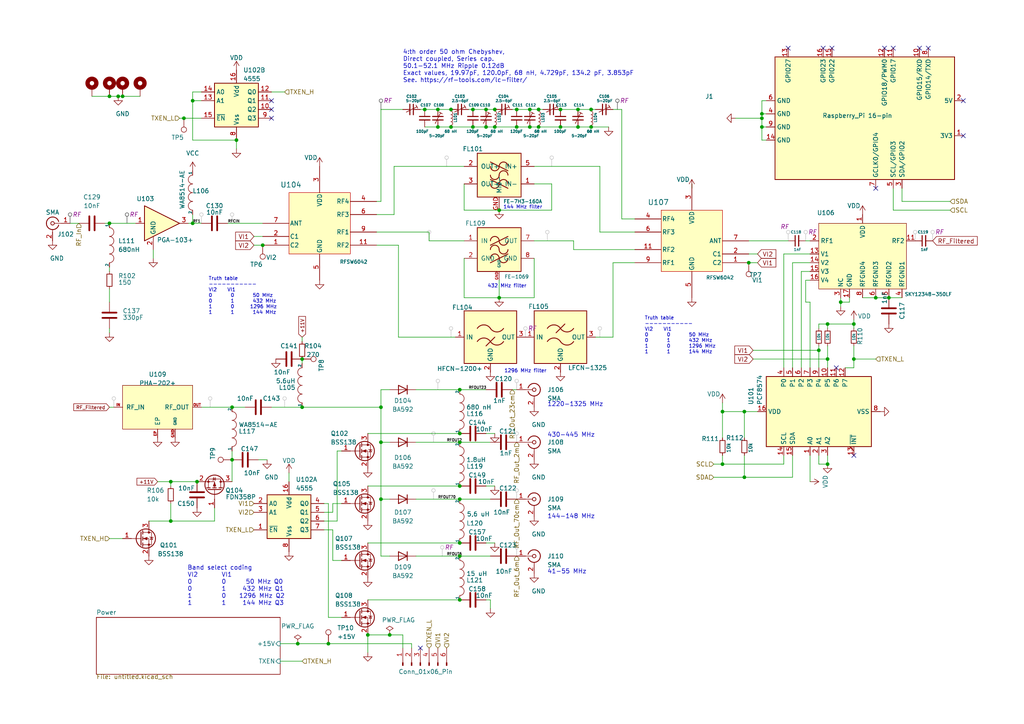
<source format=kicad_sch>
(kicad_sch (version 20231120) (generator "eeschema") (generator_version "8.0")
  (paper "A4")
  (junction (at 110.49 144.78))
  (junction (at 49.53 139.7))
  (junction (at 156.21 31.75))
  (junction (at 240.03 104.14))
  (junction (at 35.56 27.94))
  (junction (at 76.2 71.12))
  (junction (at 137.16 31.75))
  (junction (at 171.45 31.75))
  (junction (at 215.9 138.43))
  (junction (at 257.81 86.36))
  (junction (at 217.17 76.2))
  (junction (at 133.35 113.03))
  (junction (at 123.19 31.75))
  (junction (at 53.34 34.29))
  (junction (at 171.45 36.83))
  (junction (at 49.53 151.13))
  (junction (at 127 36.83))
  (junction (at 110.49 128.27))
  (junction (at 130.81 31.75))
  (junction (at 247.65 104.14))
  (junction (at 237.49 101.6))
  (junction (at 34.29 27.94))
  (junction (at 144.78 60.96))
  (junction (at 149.86 36.83))
  (junction (at 215.9 119.38))
  (junction (at 95.25 186.69))
  (junction (at 143.51 31.75))
  (junction (at 68.58 40.64))
  (junction (at 133.35 157.48))
  (junction (at 153.67 31.75))
  (junction (at 247.65 93.98))
  (junction (at 127 31.75))
  (junction (at 240.03 93.98))
  (junction (at 220.98 34.29))
  (junction (at 167.64 31.75))
  (junction (at 133.35 161.29))
  (junction (at 143.51 36.83))
  (junction (at 167.64 36.83))
  (junction (at 86.36 186.69))
  (junction (at 140.97 31.75))
  (junction (at 144.78 86.36))
  (junction (at 209.55 119.38))
  (junction (at 106.68 184.15))
  (junction (at 140.97 36.83))
  (junction (at 55.88 64.77))
  (junction (at 133.35 173.99))
  (junction (at 243.84 87.63))
  (junction (at 149.86 31.75))
  (junction (at 57.15 139.7))
  (junction (at 133.35 125.73))
  (junction (at 133.35 144.78))
  (junction (at 220.98 33.02))
  (junction (at 87.63 118.11))
  (junction (at 156.21 36.83))
  (junction (at 133.35 140.97))
  (junction (at 254 86.36))
  (junction (at 67.31 118.11) (diameter 0.9144))
  (junction (at 133.35 128.27))
  (junction (at 137.16 36.83))
  (junction (at 31.75 64.77))
  (junction (at 87.63 104.14))
  (junction (at 31.75 27.94))
  (junction (at 209.55 134.62))
  (junction (at 153.67 36.83))
  (junction (at 110.49 118.11))
  (junction (at 162.56 31.75))
  (junction (at 113.03 184.15))
  (junction (at 220.98 36.83))
  (junction (at 55.88 29.21))
  (junction (at 240.03 134.62))
  (junction (at 162.56 36.83))
  (junction (at 130.81 36.83))
  (junction (at 67.31 133.35))
  (no_connect (at 266.7 13.97))
  (no_connect (at 279.4 29.21))
  (no_connect (at 259.08 13.97))
  (no_connect (at 256.54 13.97))
  (no_connect (at 78.74 31.75))
  (no_connect (at 279.4 39.37))
  (no_connect (at 228.6 13.97))
  (no_connect (at 242.57 106.68))
  (no_connect (at 241.3 13.97))
  (no_connect (at 254 54.61))
  (no_connect (at 269.24 13.97))
  (no_connect (at 247.65 132.08))
  (no_connect (at 121.92 187.96))
  (no_connect (at 78.74 29.21))
  (no_connect (at 78.74 34.29))
  (no_connect (at 238.76 13.97))
  (wire (pts (xy 240.03 93.98) (xy 247.65 93.98)))
  (wire (pts (xy 44.45 74.93) (xy 44.45 72.39)))
  (wire (pts (xy 106.68 125.73) (xy 133.35 125.73)))
  (wire (pts (xy 54.61 64.77) (xy 55.88 64.77)))
  (wire (pts (xy 43.18 151.13) (xy 49.53 151.13)))
  (wire (pts (xy 140.97 31.75) (xy 143.51 31.75)))
  (wire (pts (xy 110.49 128.27) (xy 113.03 128.27)))
  (wire (pts (xy 220.98 40.64) (xy 222.25 40.64)))
  (wire (pts (xy 144.78 81.28) (xy 144.78 86.36)))
  (wire (pts (xy 229.87 76.2) (xy 229.87 106.68)))
  (wire (pts (xy 209.55 134.62) (xy 227.33 134.62)))
  (wire (pts (xy 220.98 29.21) (xy 222.25 29.21)))
  (wire (pts (xy 243.84 87.63) (xy 243.84 86.36)))
  (wire (pts (xy 167.64 36.83) (xy 171.45 36.83)))
  (wire (pts (xy 109.22 62.23) (xy 114.3 62.23)))
  (wire (pts (xy 20.32 64.77) (xy 22.86 64.77)))
  (wire (pts (xy 31.75 118.11) (xy 33.02 118.11)))
  (wire (pts (xy 218.44 104.14) (xy 240.03 104.14)))
  (wire (pts (xy 209.55 116.84) (xy 209.55 119.38)))
  (wire (pts (xy 143.51 36.83) (xy 149.86 36.83)))
  (wire (pts (xy 234.95 76.2) (xy 229.87 76.2)))
  (wire (pts (xy 110.49 118.11) (xy 110.49 128.27)))
  (wire (pts (xy 99.06 179.07) (xy 95.25 179.07)))
  (wire (pts (xy 87.63 105.41) (xy 87.63 104.14)))
  (wire (pts (xy 246.38 87.63) (xy 243.84 87.63)))
  (wire (pts (xy 247.65 92.71) (xy 247.65 93.98)))
  (wire (pts (xy 140.97 125.73) (xy 143.51 125.73)))
  (wire (pts (xy 31.75 156.21) (xy 35.56 156.21)))
  (wire (pts (xy 232.41 78.74) (xy 232.41 106.68)))
  (wire (pts (xy 140.97 140.97) (xy 143.51 140.97)))
  (wire (pts (xy 237.49 132.08) (xy 237.49 134.62)))
  (wire (pts (xy 144.78 60.96) (xy 160.02 60.96)))
  (wire (pts (xy 45.72 139.7) (xy 49.53 139.7)))
  (wire (pts (xy 234.95 73.66) (xy 227.33 73.66)))
  (wire (pts (xy 237.49 101.6) (xy 237.49 106.68)))
  (wire (pts (xy 93.98 153.67) (xy 96.52 153.67)))
  (wire (pts (xy 177.8 76.2) (xy 184.15 76.2)))
  (wire (pts (xy 120.65 128.27) (xy 133.35 128.27)))
  (wire (pts (xy 106.68 189.23) (xy 106.68 184.15)))
  (wire (pts (xy 68.58 40.64) (xy 55.88 40.64)))
  (wire (pts (xy 96.52 162.56) (xy 96.52 153.67)))
  (wire (pts (xy 115.57 71.12) (xy 115.57 97.79)))
  (wire (pts (xy 237.49 100.33) (xy 237.49 101.6)))
  (wire (pts (xy 237.49 134.62) (xy 240.03 134.62)))
  (wire (pts (xy 93.98 151.13) (xy 97.79 151.13)))
  (wire (pts (xy 73.66 68.58) (xy 76.2 68.58)))
  (wire (pts (xy 137.16 36.83) (xy 140.97 36.83)))
  (wire (pts (xy 220.98 34.29) (xy 220.98 36.83)))
  (wire (pts (xy 67.31 118.11) (xy 71.12 118.11)))
  (wire (pts (xy 180.34 63.5) (xy 184.15 63.5)))
  (wire (pts (xy 254 104.14) (xy 247.65 104.14)))
  (wire (pts (xy 55.88 29.21) (xy 58.42 29.21)))
  (wire (pts (xy 233.68 69.85) (xy 234.95 69.85)))
  (wire (pts (xy 237.49 93.98) (xy 240.03 93.98)))
  (wire (pts (xy 35.56 27.94) (xy 40.64 27.94)))
  (wire (pts (xy 31.75 78.74) (xy 31.75 77.47)))
  (wire (pts (xy 67.31 133.35) (xy 67.31 130.81)))
  (wire (pts (xy 97.79 151.13) (xy 97.79 130.81)))
  (wire (pts (xy 234.95 87.63) (xy 234.95 106.68)))
  (wire (pts (xy 95.25 186.69) (xy 119.38 186.69)))
  (wire (pts (xy 119.38 186.69) (xy 119.38 187.96)))
  (wire (pts (xy 81.28 186.69) (xy 86.36 186.69)))
  (wire (pts (xy 140.97 36.83) (xy 143.51 36.83)))
  (wire (pts (xy 106.68 173.99) (xy 133.35 173.99)))
  (wire (pts (xy 153.67 31.75) (xy 156.21 31.75)))
  (wire (pts (xy 67.31 133.35) (xy 67.31 139.7)))
  (wire (pts (xy 229.87 132.08) (xy 229.87 138.43)))
  (wire (pts (xy 209.55 119.38) (xy 209.55 127)))
  (wire (pts (xy 133.35 113.03) (xy 140.97 113.03)))
  (wire (pts (xy 55.88 62.23) (xy 55.88 64.77)))
  (wire (pts (xy 171.45 31.75) (xy 172.72 31.75)))
  (wire (pts (xy 127 31.75) (xy 130.81 31.75)))
  (wire (pts (xy 219.71 73.66) (xy 217.17 73.66)))
  (wire (pts (xy 49.53 151.13) (xy 62.23 151.13)))
  (wire (pts (xy 121.92 31.75) (xy 123.19 31.75)))
  (wire (pts (xy 259.08 54.61) (xy 259.08 60.96)))
  (wire (pts (xy 160.02 53.34) (xy 160.02 60.96)))
  (wire (pts (xy 154.94 48.26) (xy 173.99 48.26)))
  (wire (pts (xy 220.98 36.83) (xy 222.25 36.83)))
  (wire (pts (xy 66.04 64.77) (xy 76.2 64.77)))
  (wire (pts (xy 257.81 86.36) (xy 261.62 86.36)))
  (wire (pts (xy 167.64 31.75) (xy 171.45 31.75)))
  (wire (pts (xy 110.49 113.03) (xy 113.03 113.03)))
  (wire (pts (xy 215.9 119.38) (xy 219.71 119.38)))
  (wire (pts (xy 233.68 87.63) (xy 234.95 87.63)))
  (wire (pts (xy 148.59 31.75) (xy 149.86 31.75)))
  (wire (pts (xy 259.08 60.96) (xy 275.59 60.96)))
  (wire (pts (xy 140.97 157.48) (xy 143.51 157.48)))
  (wire (pts (xy 97.79 130.81) (xy 99.06 130.81)))
  (wire (pts (xy 142.24 176.53) (xy 142.24 173.99)))
  (wire (pts (xy 142.24 173.99) (xy 140.97 173.99)))
  (wire (pts (xy 55.88 40.64) (xy 55.88 29.21)))
  (wire (pts (xy 247.65 106.68) (xy 247.65 104.14)))
  (wire (pts (xy 217.17 69.85) (xy 228.6 69.85)))
  (wire (pts (xy 245.11 106.68) (xy 247.65 106.68)))
  (wire (pts (xy 127 36.83) (xy 130.81 36.83)))
  (wire (pts (xy 93.98 148.59) (xy 96.52 148.59)))
  (wire (pts (xy 134.62 86.36) (xy 144.78 86.36)))
  (wire (pts (xy 49.53 146.05) (xy 49.53 151.13)))
  (wire (pts (xy 134.62 60.96) (xy 144.78 60.96)))
  (wire (pts (xy 26.67 27.94) (xy 31.75 27.94)))
  (wire (pts (xy 133.35 144.78) (xy 142.24 144.78)))
  (wire (pts (xy 116.84 184.15) (xy 113.03 184.15)))
  (wire (pts (xy 220.98 36.83) (xy 220.98 40.64)))
  (wire (pts (xy 74.93 133.35) (xy 77.47 133.35)))
  (wire (pts (xy 31.75 27.94) (xy 34.29 27.94)))
  (wire (pts (xy 213.36 34.29) (xy 220.98 34.29)))
  (wire (pts (xy 149.86 31.75) (xy 153.67 31.75)))
  (wire (pts (xy 240.03 134.62) (xy 240.03 132.08)))
  (wire (pts (xy 73.66 71.12) (xy 76.2 71.12)))
  (wire (pts (xy 134.62 53.34) (xy 134.62 60.96)))
  (wire (pts (xy 234.95 78.74) (xy 232.41 78.74)))
  (wire (pts (xy 134.62 74.93) (xy 134.62 86.36)))
  (wire (pts (xy 116.84 187.96) (xy 116.84 184.15)))
  (wire (pts (xy 172.72 97.79) (xy 177.8 97.79)))
  (wire (pts (xy 166.37 72.39) (xy 166.37 69.85)))
  (wire (pts (xy 53.34 34.29) (xy 58.42 34.29)))
  (wire (pts (xy 34.29 27.94) (xy 35.56 27.94)))
  (wire (pts (xy 215.9 138.43) (xy 229.87 138.43)))
  (wire (pts (xy 133.35 161.29) (xy 142.24 161.29)))
  (wire (pts (xy 200.66 53.34) (xy 200.66 54.61)))
  (wire (pts (xy 215.9 119.38) (xy 215.9 127)))
  (wire (pts (xy 58.42 26.67) (xy 55.88 26.67)))
  (wire (pts (xy 144.78 86.36) (xy 154.94 86.36)))
  (wire (pts (xy 30.48 64.77) (xy 31.75 64.77)))
  (wire (pts (xy 156.21 36.83) (xy 162.56 36.83)))
  (wire (pts (xy 87.63 118.11) (xy 110.49 118.11)))
  (wire (pts (xy 218.44 101.6) (xy 237.49 101.6)))
  (wire (pts (xy 154.94 69.85) (xy 166.37 69.85)))
  (wire (pts (xy 114.3 48.26) (xy 134.62 48.26)))
  (wire (pts (xy 166.37 72.39) (xy 184.15 72.39)))
  (wire (pts (xy 246.38 86.36) (xy 246.38 87.63)))
  (wire (pts (xy 106.68 157.48) (xy 133.35 157.48)))
  (wire (pts (xy 156.21 31.75) (xy 157.48 31.75)))
  (wire (pts (xy 106.68 140.97) (xy 133.35 140.97)))
  (wire (pts (xy 49.53 139.7) (xy 49.53 140.97)))
  (wire (pts (xy 237.49 93.98) (xy 237.49 95.25)))
  (wire (pts (xy 95.25 146.05) (xy 93.98 146.05)))
  (wire (pts (xy 137.16 31.75) (xy 135.89 31.75)))
  (wire (pts (xy 247.65 104.14) (xy 247.65 100.33)))
  (wire (pts (xy 233.68 81.28) (xy 233.68 87.63)))
  (wire (pts (xy 149.86 36.83) (xy 153.67 36.83)))
  (wire (pts (xy 110.49 113.03) (xy 110.49 118.11)))
  (wire (pts (xy 110.49 144.78) (xy 113.03 144.78)))
  (wire (pts (xy 110.49 161.29) (xy 113.03 161.29)))
  (wire (pts (xy 261.62 54.61) (xy 261.62 58.42)))
  (wire (pts (xy 243.84 88.9) (xy 243.84 87.63)))
  (wire (pts (xy 31.75 87.63) (xy 31.75 83.82)))
  (wire (pts (xy 109.22 67.31) (xy 124.46 67.31)))
  (wire (pts (xy 52.07 34.29) (xy 53.34 34.29)))
  (wire (pts (xy 113.03 184.15) (xy 106.68 184.15)))
  (wire (pts (xy 130.81 36.83) (xy 137.16 36.83)))
  (wire (pts (xy 162.56 31.75) (xy 167.64 31.75)))
  (wire (pts (xy 133.35 128.27) (xy 142.24 128.27)))
  (wire (pts (xy 123.19 31.75) (xy 127 31.75)))
  (wire (pts (xy 261.62 58.42) (xy 275.59 58.42)))
  (wire (pts (xy 110.49 31.75) (xy 116.84 31.75)))
  (wire (pts (xy 234.95 81.28) (xy 233.68 81.28)))
  (wire (pts (xy 220.98 33.02) (xy 220.98 34.29)))
  (wire (pts (xy 120.65 144.78) (xy 133.35 144.78)))
  (wire (pts (xy 227.33 132.08) (xy 227.33 134.62)))
  (wire (pts (xy 115.57 97.79) (xy 132.08 97.79)))
  (wire (pts (xy 124.46 69.85) (xy 134.62 69.85)))
  (wire (pts (xy 49.53 139.7) (xy 57.15 139.7)))
  (wire (pts (xy 176.53 36.83) (xy 171.45 36.83)))
  (wire (pts (xy 209.55 132.08) (xy 209.55 134.62)))
  (wire (pts (xy 87.63 97.79) (xy 87.63 99.06)))
  (wire (pts (xy 96.52 148.59) (xy 96.52 146.05)))
  (wire (pts (xy 137.16 31.75) (xy 140.97 31.75)))
  (wire (pts (xy 99.06 162.56) (xy 96.52 162.56)))
  (wire (pts (xy 110.49 58.42) (xy 109.22 58.42)))
  (wire (pts (xy 240.03 104.14) (xy 240.03 106.68)))
  (wire (pts (xy 110.49 144.78) (xy 110.49 161.29)))
  (wire (pts (xy 78.74 26.67) (xy 82.55 26.67)))
  (wire (pts (xy 220.98 33.02) (xy 220.98 29.21)))
  (wire (pts (xy 110.49 58.42) (xy 110.49 31.75)))
  (wire (pts (xy 220.98 33.02) (xy 222.25 33.02)))
  (wire (pts (xy 153.67 36.83) (xy 156.21 36.83)))
  (wire (pts (xy 114.3 62.23) (xy 114.3 48.26)))
  (wire (pts (xy 215.9 132.08) (xy 215.9 138.43)))
  (wire (pts (xy 86.36 186.69) (xy 95.25 186.69)))
  (wire (pts (xy 173.99 67.31) (xy 184.15 67.31)))
  (wire (pts (xy 55.88 64.77) (xy 58.42 64.77)))
  (wire (pts (xy 148.59 113.03) (xy 149.86 113.03)))
  (wire (pts (xy 96.52 146.05) (xy 99.06 146.05)))
  (wire (pts (xy 254 86.36) (xy 250.19 86.36)))
  (wire (pts (xy 62.23 147.32) (xy 62.23 151.13)))
  (wire (pts (xy 55.88 26.67) (xy 55.88 29.21)))
  (wire (pts (xy 123.19 36.83) (xy 127 36.83)))
  (wire (pts (xy 209.55 119.38) (xy 215.9 119.38)))
  (wire (pts (xy 173.99 67.31) (xy 173.99 48.26)))
  (wire (pts (xy 120.65 113.03) (xy 133.35 113.03)))
  (wire (pts (xy 160.02 53.34) (xy 154.94 53.34)))
  (wire (pts (xy 120.65 161.29) (xy 133.35 161.29)))
  (wire (pts (xy 177.8 76.2) (xy 177.8 97.79)))
  (wire (pts (xy 31.75 64.77) (xy 39.37 64.77)))
  (wire (pts (xy 247.65 93.98) (xy 247.65 95.25)))
  (wire (pts (xy 207.01 138.43) (xy 215.9 138.43)))
  (wire (pts (xy 177.8 31.75) (xy 180.34 31.75)))
  (wire (pts (xy 207.01 134.62) (xy 209.55 134.62)))
  (wire (pts (xy 95.25 179.07) (xy 95.25 146.05)))
  (wire (pts (xy 227.33 73.66) (xy 227.33 106.68)))
  (wire (pts (xy 78.74 118.11) (xy 87.63 118.11)))
  (wire (pts (xy 162.56 36.83) (xy 167.64 36.83)))
  (wire (pts (xy 240.03 93.98) (xy 240.03 95.25)))
  (wire (pts (xy 240.03 100.33) (xy 240.03 104.14)))
  (wire (pts (xy 180.34 31.75) (xy 180.34 63.5)))
  (wire (pts (xy 219.71 76.2) (xy 217.17 76.2)))
  (wire (pts (xy 81.28 191.77) (xy 87.63 191.77)))
  (wire (pts (xy 257.81 86.36) (xy 254 86.36)))
  (wire (pts (xy 110.49 128.27) (xy 110.49 144.78)))
  (wire (pts (xy 31.75 95.25) (xy 31.75 96.52)))
  (wire (pts (xy 124.46 69.85) (xy 124.46 67.31)))
  (wire (pts (xy 58.42 118.11) (xy 67.31 118.11)))
  (wire (pts (xy 154.94 86.36) (xy 154.94 74.93)))
  (wire (pts (xy 234.95 132.08) (xy 234.95 139.7)))
  (wire (pts (xy 83.82 137.16) (xy 83.82 139.7)))
  (wire (pts (xy 109.22 71.12) (xy 115.57 71.12)))
  (wire (pts (xy 68.58 43.18) (xy 68.58 40.64)))
  (text "432 MHz filter" (at 147.066 83.058 0) (effects (font (size 1.016 1.016))))
  (text "41-55 MHz" (at 158.75 166.624 0) (effects (font (size 1.27 1.27)) (justify left bottom)))
  (text "1296 MHz filter" (at 152.4 107.696 0) (effects (font (size 1.016 1.016))))
  (text "1220-1325 MHz" (at 158.75 118.11 0) (effects (font (size 1.27 1.27)) (justify left bottom)))
  (text "Band select coding\nVI2  	VI1\n0		0	  50 MHz Q0\n0		1	 432 MHz Q1\n1		0	1296 MHz Q2\n1		1	 144 MHz Q3" (at 54.356 169.926 0) (effects (font (size 1.27 1.27)) (justify left)))
  (text "4:th order 50 ohm Chebyshev, \nDirect coupled, Series cap. \n50.1-52.1 MHz Ripple 0.12dB\nExact values, 19.97pF, 120.0pF, 68 nH, 4.729pF, 134.2 pF, 3.853pF\nSee. https://rf-tools.com/lc-filter/" (at 116.84 24.13 0) (effects (font (size 1.27 1.27)) (justify left bottom)))
  (text "Truth table\n-----------\nVI2    VI1\n0       0       50 MHz\n0       1       432 MHz\n1       0      1296 MHz\n1       1       144 MHz" (at 60.452 85.852 0) (effects (font (size 1.016 1.016)) (justify left)))
  (text "144 MHz filter" (at 151.638 60.198 0) (effects (font (size 1.016 1.016))))
  (text "430-445 MHz" (at 158.75 127 0) (effects (font (size 1.27 1.27)) (justify left bottom)))
  (text "144-148 MHz" (at 158.75 150.622 0) (effects (font (size 1.27 1.27)) (justify left bottom)))
  (text "Truth table\n-----------\nVI2    VI1\n0       0       50 MHz\n0       1       432 MHz\n1       0       1296 MHz\n1       1       144 MHz" (at 186.944 97.282 0) (effects (font (size 1.016 1.016)) (justify left)))
  (label "RFOUT2" (at 129.54 128.27 0) (effects (font (size 0.762 0.762))))
  (label "RFCIN" (at 66.04 64.77 0) (effects (font (size 0.762 0.762))))
  (label "RFOUT70" (at 127 144.78 0) (effects (font (size 0.762 0.762))))
  (label "RFOUT6" (at 129.54 161.29 0) (effects (font (size 0.762 0.762))))
  (label "RF1" (at 55.88 64.77 0) (effects (font (size 0.762 0.762))))
  (label "RFOUT23" (at 135.89 113.03 0) (effects (font (size 0.762 0.762))))
  (global_label "VI1" (shape input) (at 73.66 68.58 180) (property "Intersheetrefs" "${INTERSHEET_REFS}" (effects (hide yes))))
  (global_label "VI2" (shape input) (at 219.71 73.66 0) (property "Intersheetrefs" "${INTERSHEET_REFS}" (effects (hide yes))))
  (global_label "RF_Filtered" (shape input) (at 31.75 118.11 180) (effects (font (size 1.016 1.016))) (property "Intersheetrefs" "${INTERSHEET_REFS}" (effects (hide yes))))
  (global_label "VI2" (shape input) (at 73.66 71.12 180) (property "Intersheetrefs" "${INTERSHEET_REFS}" (effects (hide yes))))
  (global_label "VI1" (shape input) (at 218.44 101.6 180) (property "Intersheetrefs" "${INTERSHEET_REFS}" (effects (hide yes))))
  (global_label "RF_Filtered" (shape input) (at 270.51 69.85 0) (property "Intersheetrefs" "${INTERSHEET_REFS}" (effects (hide yes))))
  (global_label "VI1" (shape input) (at 219.71 76.2 0) (property "Intersheetrefs" "${INTERSHEET_REFS}" (effects (hide yes))))
  (global_label "VI2" (shape input) (at 218.44 104.14 180) (property "Intersheetrefs" "${INTERSHEET_REFS}" (effects (hide yes))))
  (global_label "+11V" (shape input) (at 87.63 97.79 90) (effects (font (size 1.016 1.016))) (property "Intersheetrefs" "${INTERSHEET_REFS}" (effects (hide yes))))
  (global_label "+11V" (shape input) (at 45.72 139.7 180) (effects (font (size 1.016 1.016))) (property "Intersheetrefs" "${INTERSHEET_REFS}" (effects (hide yes))))
  (hierarchical_label "TXEN_L" (shape input) (at 52.07 34.29 180))
  (hierarchical_label "SDA" (shape input) (at 275.59 58.42 0))
  (hierarchical_label "RF_Out_2m" (shape input) (at 149.86 128.27 270))
  (hierarchical_label "VI1" (shape input) (at 73.66 146.05 180))
  (hierarchical_label "VI2" (shape input) (at 129.54 187.96 90))
  (hierarchical_label "TXEN_H" (shape input) (at 82.55 26.67 0))
  (hierarchical_label "RF_Out_23cm" (shape input) (at 148.59 113.03 270))
  (hierarchical_label "RF_In" (shape input) (at 22.86 64.77 270))
  (hierarchical_label "SCL" (shape input) (at 275.59 60.96 0))
  (hierarchical_label "SCL" (shape input) (at 207.01 134.62 180))
  (hierarchical_label "TXEN_L" (shape input) (at 124.46 187.96 90))
  (hierarchical_label "TXEN_L" (shape input) (at 73.66 153.67 180))
  (hierarchical_label "VI1" (shape input) (at 127 187.96 90))
  (hierarchical_label "SDA" (shape input) (at 207.01 138.43 180))
  (hierarchical_label "TXEN_L" (shape input) (at 254 104.14 0))
  (hierarchical_label "VI2" (shape input) (at 73.66 148.59 180))
  (hierarchical_label "TXEN_H" (shape input) (at 31.75 156.21 180))
  (hierarchical_label "TXEN_H" (shape input) (at 87.63 191.77 0))
  (hierarchical_label "RF_Out_6m" (shape input) (at 149.86 161.29 270))
  (hierarchical_label "RF_Out_70cm" (shape input) (at 149.86 144.78 270))
  (netclass_flag "" (length 2.54) (shape round) (at 82.55 118.11 0) (property "Netclass" "RF" (effects (hide yes))))
  (netclass_flag "" (length 2.54) (shape round) (at 128.27 161.29 0) (property "Netclass" "RF" (at 128.9685 158.75 0) (effects (font (italic yes)) (justify left))))
  (netclass_flag "" (length 2.54) (shape round) (at 129.54 48.26 0) (property "Netclass" "RF" (effects (hide yes))))
  (netclass_flag "" (length 2.54) (shape round) (at 228.6 69.85 0) (property "Netclass" "RF" (at 226.314 65.786 0) (effects (font (italic yes)) (justify left))))
  (netclass_flag "" (length 2.54) (shape round) (at 124.46 69.85 0) (property "Netclass" "RF" (effects (hide yes))))
  (netclass_flag "" (length 2.54) (shape round) (at 125.73 144.78 0) (property "Netclass" "RF" (effects (hide yes))))
  (netclass_flag "" (length 2.54) (shape round) (at 60.96 118.11 0) (property "Netclass" "RF" (effects (hide yes))))
  (netclass_flag "" (length 2.54) (shape round) (at 149.86 144.78 0) (property "Netclass" "RF" (effects (hide yes))))
  (netclass_flag "" (length 2.54) (shape round) (at 160.02 48.26 0) (property "Netclass" "RF" (effects (hide yes))))
  (netclass_flag "" (length 2.54) (shape round) (at 179.07 31.75 0) (property "Netclass" "RF" (at 179.7685 29.21 0) (effects (font (italic yes)) (justify left))))
  (netclass_flag "" (length 2.54) (shape round) (at 110.49 31.75 0) (property "Netclass" "RF" (at 111.1885 29.21 0) (effects (font (italic yes)) (justify left))))
  (netclass_flag "" (length 2.54) (shape round) (at 270.51 69.85 0) (property "Netclass" "RF" (at 271.2085 67.31 0) (effects (font (italic yes)) (justify left))))
  (netclass_flag "" (length 2.54) (shape round) (at 149.86 128.27 0) (property "Netclass" "RF" (effects (hide yes))))
  (netclass_flag "" (length 2.54) (shape round) (at 233.68 69.85 0) (property "Netclass" "RF" (at 234.3785 67.31 0) (effects (font (italic yes)) (justify left))))
  (netclass_flag "" (length 2.54) (shape round) (at 20.32 64.77 0) (property "Netclass" "RF" (at 21.0185 62.23 0) (effects (font (italic yes)) (justify left))))
  (netclass_flag "" (length 2.54) (shape round) (at 125.73 128.27 0) (property "Netclass" "RF" (effects (hide yes))))
  (netclass_flag "" (length 2.54) (shape round) (at 149.86 113.03 0) (property "Netclass" "RF" (effects (hide yes))))
  (netclass_flag "" (length 2.54) (shape round) (at 265.43 69.85 0) (property "Netclass" "RF" (effects (hide yes))))
  (netclass_flag "" (length 2.54) (shape round) (at 127 113.03 0) (property "Netclass" "RF" (effects (hide yes))))
  (netclass_flag "" (length 2.54) (shape round) (at 173.99 97.79 0) (property "Netclass" "RF" (effects (hide yes))))
  (netclass_flag "" (length 2.54) (shape round) (at 67.31 64.77 0) (property "Netclass" "RF" (effects (hide yes))))
  (netclass_flag "" (length 2.54) (shape round) (at 33.02 118.11 0) (property "Netclass" "RF" (effects (hide yes))))
  (netclass_flag "" (length 2.54) (shape round) (at 130.81 97.79 0) (property "Netclass" "RF" (effects (hide yes))))
  (netclass_flag "" (length 2.54) (shape round) (at 149.86 161.29 0) (property "Netclass" "RF" (effects (hide yes))))
  (netclass_flag "" (length 2.54) (shape round) (at 36.83 64.77 0) (property "Netclass" "RF" (at 37.5285 62.23 0) (effects (font (italic yes)) (justify left))))
  (netclass_flag "" (length 2.54) (shape round) (at 58.42 64.77 0) (property "Netclass" "RF" (effects (hide yes))))
  (netclass_flag "" (length 2.54) (shape round) (at 152.4 97.79 0) (property "Netclass" "RF" (at 153.0985 95.25 0) (effects (font (italic yes)) (justify left))))
  (netclass_flag "" (length 2.54) (shape round) (at 158.75 69.85 0) (property "Netclass" "RF" (effects (hide yes))))
  (symbol (lib_id "Device:C") (at 62.23 64.77 90) (unit 1)
    (property "Reference" "C130" (at 62.23 59.69 90))
    (property "Value" "10nF" (at 62.23 61.595 90))
    (property "Footprint" "Capacitor_SMD:C_0603_1608Metric" (effects (hide yes)))
  )
  (symbol (lib_id "power:GND") (at 143.51 157.48 0) (unit 1)
    (property "Reference" "#PWR0163" (effects (hide yes)))
    (property "Value" "GND" (effects (hide yes)))
  )
  (symbol (lib_id "pspice:INDUCTOR") (at 133.35 134.62 270) (mirror x) (unit 1)
    (property "Reference" "L119" (at 135.255 135.255 90) (effects (justify left)))
    (property "Value" "1.8uH" (at 135.255 133.35 90) (effects (justify left)))
    (property "Footprint" "Inductor_SMD:L_1210_3225Metric" (effects (hide yes)))
  )
  (symbol (lib_id "pspice:INDUCTOR") (at 55.88 55.88 90) (mirror x) (unit 1)
    (property "Reference" "L106" (at 60.706 55.372 90) (effects (justify left)))
    (property "Value" "WA8514-AE" (at 52.832 49.276 0) (effects (justify left)))
    (property "Footprint" "Inductor_SMD:L_1812_4532Metric" (effects (hide yes)))
  )
  (symbol (lib_id "Device:C_Trim_Small") (at 127 34.29 0) (unit 1)
    (property "Reference" "C108" (at 125.73 30.48 0) (effects (font (size 0.762 0.762)) (justify left)))
    (property "Value" "5-20pF" (at 124.46 39.37 0) (effects (font (size 0.762 0.762)) (justify left)))
    (property "Footprint" "Capacitor_SMD:C_Trimmer_Murata_TZC3" (effects (hide yes)))
  )
  (symbol (lib_id "Device:C") (at 83.82 104.14 90) (mirror x) (unit 1)
    (property "Reference" "C141" (at 81.28 100.33 90) (effects (justify right)))
    (property "Value" "10nF" (at 79.375 107.95 90) (effects (justify right)))
    (property "Footprint" "Capacitor_SMD:C_0603_1608Metric" (effects (hide yes)))
  )
  (symbol (lib_id "Connector:Conn_Coaxial") (at 15.24 64.77 0) (mirror y) (unit 1)
    (property "Reference" "J102" (at 19.05 67.945 0))
    (property "Value" "SMA" (at 15.24 61.595 0))
    (property "Footprint" "ProjectLib:SMA_Samtec_SMA-J-P-X-ST-EM1_EdgeMount" (effects (hide yes)))
    (property "Datasheet" " ~" (effects (hide yes)))
  )
  (symbol (lib_id "power:VCC") (at 55.88 49.53 0) (unit 1)
    (property "Reference" "#PWR0108" (effects (hide yes)))
    (property "Value" "VCC" (at 55.88 44.45 0))
    (property "Description" "Power symbol creates a global label with name \"VCC\"" (effects (hide yes)))
  )
  (symbol (lib_id "power:GND") (at 106.68 135.89 0) (unit 1)
    (property "Reference" "#PWR0148" (effects (hide yes)))
    (property "Value" "GND" (effects (hide yes)))
  )
  (symbol (lib_id "Device:C_Small") (at 123.19 34.29 0) (unit 1)
    (property "Reference" "C107" (at 121.92 30.48 0) (effects (font (size 0.762 0.762)) (justify left)))
    (property "Value" "100pF" (at 120.65 38.1 0) (effects (font (size 0.762 0.762)) (justify left)))
    (property "Footprint" "Capacitor_SMD:C_0805_2012Metric" (effects (hide yes)))
  )
  (symbol (lib_id "Connector:Conn_Coaxial") (at 154.94 113.03 0) (unit 1)
    (property "Reference" "J106" (at 158.75 113.03 0) (effects (justify left)))
    (property "Value" "SMA" (at 158.75 115.57 0) (effects (justify left)))
    (property "Footprint" "ProjectLib:SMA_Samtec_SMA-J-P-X-ST-EM1_EdgeMount" (effects (hide yes)))
    (property "Datasheet" " ~" (effects (hide yes)))
  )
  (symbol (lib_id "4xxx_IEEE:4555") (at 68.58 30.48 0) (unit 2)
    (property "Reference" "U102" (at 70.5359 20.32 0) (effects (justify left)))
    (property "Value" "4555" (at 70.5359 22.86 0) (effects (justify left)))
    (property "Footprint" "Package_SO:SO-16_5.3x10.2mm_P1.27mm" (effects (hide yes)))
  )
  (symbol (lib_id "power:GND") (at 154.94 118.11 0) (unit 1)
    (property "Reference" "#PWR0139" (effects (hide yes)))
    (property "Value" "GND" (at 156.21 123.19 0))
  )
  (symbol (lib_id "Device:R_Small") (at 209.55 129.54 0) (unit 1)
    (property "Reference" "R111" (at 203.454 127.254 0) (effects (justify left)))
    (property "Value" "10k" (at 211.328 131.318 90) (effects (font (size 1.016 1.016)) (justify left)))
    (property "Footprint" "Resistor_SMD:R_1206_3216Metric" (effects (hide yes)))
  )
  (symbol (lib_id "Device:R_Small") (at 215.9 129.54 0) (unit 1)
    (property "Reference" "R112" (at 210.566 127 0) (effects (justify left)))
    (property "Value" "10k" (at 217.678 131.318 90) (effects (font (size 1.016 1.016)) (justify left)))
    (property "Footprint" "Resistor_SMD:R_1206_3216Metric" (effects (hide yes)))
  )
  (symbol (lib_id "Device:C") (at 57.15 143.51 0) (unit 1)
    (property "Reference" "C150" (at 56.515 146.05 0) (effects (justify right)))
    (property "Value" "10nF" (at 56.515 141.605 0) (effects (justify right)))
    (property "Footprint" "Capacitor_SMD:C_0603_1608Metric" (effects (hide yes)))
  )
  (symbol (lib_id "Connector:Raspberry_Pi_2_3") (at 246.38 34.29 270) (unit 1)
    (property "Reference" "J1" (at 205.74 27.9714 90))
    (property "Value" "Raspberry_Pi 16-pin" (at 248.666 33.528 90))
    (property "Footprint" "Connector_PinHeader_2.54mm:PinHeader_2x08_P2.54mm_Vertical" (effects (hide yes)))
    (property "Datasheet" "https://www.raspberrypi.org/documentation/hardware/raspberrypi/schematics/rpi_SCH_3bplus_1p0_reduced.pdf" (effects (hide yes)))
    (property "Description" "expansion header for Raspberry Pi 2 & 3" (effects (hide yes)))
  )
  (symbol (lib_id "RF_Module:SKY12348-350LF") (at 250.19 73.66 0) (unit 1)
    (property "Reference" "U106" (at 239.522 61.722 0))
    (property "Value" "SKY12348-350LF" (at 269.24 85.344 0) (effects (font (size 1.016 1.016))))
    (property "Footprint" "Package_DFN_QFN:QFN-16-1EP_3x3mm_P0.5mm_EP1.7x1.7mm_ThermalVias" (effects (hide yes)))
    (property "Datasheet" "https://www.skyworksinc.com/-/media/SkyWorks/Documents/Products/501-600/SKY12348_350LF_201424E.pdf" (effects (hide yes)))
  )
  (symbol (lib_id "power:VDD") (at 247.65 92.71 0) (unit 1)
    (property "Reference" "#PWR0129" (effects (hide yes)))
    (property "Value" "VDD" (at 250.698 91.694 0))
  )
  (symbol (lib_id "Device:R_Small") (at 87.63 101.6 0) (mirror x) (unit 1)
    (property "Reference" "R104" (at 90.805 100.33 0))
    (property "Value" "270" (at 90.805 102.87 0))
    (property "Footprint" "Resistor_SMD:R_1206_3216Metric" (effects (hide yes)))
  )
  (symbol (lib_id "Device:R_Small") (at 237.49 97.79 0) (unit 1)
    (property "Reference" "R114" (effects (hide yes)))
    (property "Value" "10k" (at 237.49 98.806 90) (effects (font (size 0.762 0.762)) (justify left)))
    (property "Footprint" "Resistor_SMD:R_1206_3216Metric" (effects (hide yes)))
  )
  (symbol (lib_id "power:GND") (at 142.24 176.53 0) (unit 1)
    (property "Reference" "#PWR0173" (effects (hide yes)))
    (property "Value" "GND" (effects (hide yes)))
  )
  (symbol (lib_id "power:GND") (at 143.51 140.97 0) (mirror y) (unit 1)
    (property "Reference" "#PWR0153" (effects (hide yes)))
    (property "Value" "GND" (effects (hide yes)))
  )
  (symbol (lib_id "Device:C") (at 71.12 133.35 270) (unit 1)
    (property "Reference" "C147" (at 74.93 130.175 90) (effects (justify right)))
    (property "Value" "10nF" (at 75.565 137.16 90) (effects (justify right)))
    (property "Footprint" "Capacitor_SMD:C_0603_1608Metric" (effects (hide yes)))
  )
  (symbol (lib_id "Connector:TestPoint") (at 217.17 76.2 180) (unit 1)
    (property "Reference" "TP7" (at 220.98 79.756 0) (effects (justify left)))
    (property "Value" "VI1" (at 221.234 81.28 0) (effects (justify left)))
    (property "Footprint" "TestPoint:TestPoint_Pad_2.0x2.0mm" (effects (hide yes)))
    (property "Description" "test point" (effects (hide yes)))
  )
  (symbol (lib_id "Device:C_Trim_Small") (at 140.97 34.29 0) (unit 1)
    (property "Reference" "C110" (at 142.24 30.48 0) (effects (font (size 0.762 0.762)) (justify right)))
    (property "Value" "5-20pF" (at 142.875 39.37 0) (effects (font (size 0.762 0.762)) (justify right)))
    (property "Footprint" "Capacitor_SMD:C_Trimmer_Murata_TZC3" (effects (hide yes)))
  )
  (symbol (lib_id "power:GND") (at 143.51 125.73 0) (unit 1)
    (property "Reference" "#PWR0142" (effects (hide yes)))
    (property "Value" "GND" (effects (hide yes)))
  )
  (symbol (lib_id "Diode:1N4001") (at 116.84 113.03 180) (unit 1)
    (property "Reference" "D104" (at 116.84 116.205 0))
    (property "Value" "BA592" (at 116.84 118.745 0))
    (property "Footprint" "Diode_SMD:D_SOD-323_HandSoldering" (effects (hide yes)))
    (property "Datasheet" "http://www.vishay.com/docs/88503/1n4001.pdf" (effects (hide yes)))
    (property "Sim.Device" "D" (effects (hide yes)))
    (property "Sim.Pins" "1=K 2=A" (effects (hide yes)))
  )
  (symbol (lib_id "Device:C") (at 146.05 144.78 270) (unit 1)
    (property "Reference" "C122" (at 149.86 141.605 90) (effects (justify right)))
    (property "Value" "10nF" (at 147.955 148.59 90) (effects (justify right)))
    (property "Footprint" "Capacitor_SMD:C_0603_1608Metric" (effects (hide yes)))
  )
  (symbol (lib_id "power:GND") (at 200.66 86.36 0) (mirror y) (unit 1)
    (property "Reference" "#PWR0104" (effects (hide yes)))
    (property "Value" "GND" (effects (hide yes)))
  )
  (symbol (lib_id "pspice:INDUCTOR") (at 31.75 71.12 270) (unit 1)
    (property "Reference" "L111" (at 34.29 69.85 90) (effects (justify left)))
    (property "Value" "680nH" (at 34.29 72.39 90) (effects (justify left)))
    (property "Footprint" "Inductor_SMD:L_1008_2520Metric_Pad1.43x2.20mm_HandSolder" (effects (hide yes)))
  )
  (symbol (lib_id "Device:C") (at 146.05 161.29 270) (unit 1)
    (property "Reference" "C123" (at 149.86 158.115 90) (effects (justify right)))
    (property "Value" "10nF" (at 148.59 165.735 90) (effects (justify right)))
    (property "Footprint" "Capacitor_SMD:C_0603_1608Metric" (effects (hide yes)))
  )
  (symbol (lib_id "Connector:TestPoint") (at 76.2 71.12 180) (unit 1)
    (property "Reference" "TP6" (at 76.2 76.708 0) (effects (justify left)))
    (property "Value" "VI2" (at 80.264 74.676 0) (effects (justify left)))
    (property "Footprint" "TestPoint:TestPoint_Pad_2.0x2.0mm" (effects (hide yes)))
    (property "Description" "test point" (effects (hide yes)))
  )
  (symbol (lib_id "Device:R_Small") (at 49.53 143.51 0) (unit 1)
    (property "Reference" "R106" (at 42.545 142.24 0) (effects (justify left)))
    (property "Value" "10k" (at 42.545 144.78 0) (effects (justify left)))
    (property "Footprint" "Resistor_SMD:R_1206_3216Metric" (effects (hide yes)))
  )
  (symbol (lib_id "Device:C") (at 137.16 125.73 270) (unit 1)
    (property "Reference" "C144" (at 140.97 122.555 90) (effects (justify right)))
    (property "Value" "10nF" (at 142.875 124.46 90) (effects (justify right)))
    (property "Footprint" "Capacitor_SMD:C_0603_1608Metric" (effects (hide yes)))
  )
  (symbol (lib_id "Device:R_Small") (at 240.03 97.79 0) (unit 1)
    (property "Reference" "R113" (effects (hide yes)))
    (property "Value" "10k" (at 240.03 98.806 90) (effects (font (size 0.762 0.762)) (justify left)))
    (property "Footprint" "Resistor_SMD:R_1206_3216Metric" (effects (hide yes)))
  )
  (symbol (lib_id "Mechanical:MountingHole_Pad") (at 31.75 25.4 0) (unit 1)
    (property "Reference" "H102" (effects (hide yes)))
    (property "Value" "MountingHole_Pad" (effects (hide yes)))
    (property "Footprint" "MountingHole:MountingHole_3.2mm_M3_DIN965_Pad" (effects (hide yes)))
  )
  (symbol (lib_id "Device:C_Trim_Small") (at 167.64 34.29 0) (unit 1)
    (property "Reference" "C114" (at 166.37 30.48 0) (effects (font (size 0.762 0.762)) (justify left)))
    (property "Value" "5-20pF" (at 165.735 39.37 0) (effects (font (size 0.762 0.762)) (justify left)))
    (property "Footprint" "Capacitor_SMD:C_Trimmer_Murata_TZC3" (effects (hide yes)))
  )
  (symbol (lib_id "power:GND") (at 144.78 86.36 0) (unit 1)
    (property "Reference" "#PWR0124" (effects (hide yes)))
    (property "Value" "GND" (effects (hide yes)))
  )
  (symbol (lib_id "Diode:1N4001") (at 116.84 161.29 180) (unit 1)
    (property "Reference" "D109" (at 116.84 164.465 0))
    (property "Value" "BA592" (at 116.84 167.005 0))
    (property "Footprint" "Diode_SMD:D_SOD-323_HandSoldering" (effects (hide yes)))
    (property "Datasheet" "http://www.vishay.com/docs/88503/1n4001.pdf" (effects (hide yes)))
    (property "Sim.Device" "D" (effects (hide yes)))
    (property "Sim.Pins" "1=K 2=A" (effects (hide yes)))
  )
  (symbol (lib_id "power:VDD") (at 83.82 137.16 0) (mirror y) (unit 1)
    (property "Reference" "#PWR0151" (effects (hide yes)))
    (property "Value" "VDD" (at 83.82 133.604 0))
  )
  (symbol (lib_id "Mechanical:MountingHole_Pad") (at 26.67 25.4 0) (unit 1)
    (property "Reference" "H101" (effects (hide yes)))
    (property "Value" "MountingHole_Pad" (effects (hide yes)))
    (property "Footprint" "MountingHole:MountingHole_3.2mm_M3_DIN965_Pad" (effects (hide yes)))
  )
  (symbol (lib_id "Device:C") (at 146.05 128.27 270) (unit 1)
    (property "Reference" "C121" (at 149.86 125.095 90) (effects (justify right)))
    (property "Value" "1nF" (at 148.59 131.445 90) (effects (justify right)))
    (property "Footprint" "Capacitor_SMD:C_0603_1608Metric" (effects (hide yes)))
  )
  (symbol (lib_id "power:VDD") (at 250.19 62.23 0) (unit 1)
    (property "Reference" "#PWR0122" (effects (hide yes)))
    (property "Value" "VDD" (at 247.65 59.69 0))
  )
  (symbol (lib_id "RF_Filter:LFCN-1325") (at 162.56 97.79 0) (unit 1)
    (property "Reference" "FL105" (at 156.21 88.9 0))
    (property "Value" "LFCN-1325" (at 170.434 106.68 0))
    (property "Footprint" "Filter:Filter_Mini-Circuits_FV1206" (effects (hide yes)))
    (property "Datasheet" "https://www.minicircuits.com/pdfs/LFCN-1325+.pdf" (effects (hide yes)))
  )
  (symbol (lib_id "Connector:TestPoint") (at 95.25 186.69 0) (unit 1)
    (property "Reference" "TP10" (at 97.79 182.1179 0) (effects (justify left)))
    (property "Value" "+15V" (at 97.79 184.6579 0) (effects (justify left)))
    (property "Footprint" "TestPoint:TestPoint_Pad_2.0x2.0mm" (effects (hide yes)))
    (property "Description" "test point" (effects (hide yes)))
  )
  (symbol (lib_id "power:GND") (at 15.24 69.85 0) (unit 1)
    (property "Reference" "#PWR0112" (effects (hide yes)))
    (property "Value" "GND" (at 16.51 74.93 0))
  )
  (symbol (lib_id "RFSW6042:RFSW6042") (at 92.71 64.77 0) (unit 1)
    (property "Reference" "U104" (at 81.28 53.594 0) (effects (font (size 1.524 1.524)) (justify left)))
    (property "Value" "RFSW6042" (at 98.552 75.946 0) (effects (font (size 1.016 1.016)) (justify left)))
    (property "Footprint" "QFN12_RFSW_QOR" (effects (hide yes)))
    (property "Datasheet" "RFSW6042" (effects (hide yes)))
  )
  (symbol (lib_id "Mechanical:MountingHole_Pad") (at 40.64 25.4 0) (unit 1)
    (property "Reference" "H104" (effects (hide yes)))
    (property "Value" "MountingHole_Pad" (effects (hide yes)))
    (property "Footprint" "MountingHole:MountingHole_3.2mm_M3_DIN965_Pad" (effects (hide yes)))
  )
  (symbol (lib_id "power:GND") (at 142.24 107.95 0) (unit 1)
    (property "Reference" "#PWR0132" (effects (hide yes)))
    (property "Value" "GND" (effects (hide yes)))
  )
  (symbol (lib_id "power:GND") (at 240.03 134.62 0) (unit 1)
    (property "Reference" "#PWR0110" (effects (hide yes)))
    (property "Value" "GND" (effects (hide yes)))
  )
  (symbol (lib_id "Device:L_Small") (at 171.45 34.29 0) (unit 1)
    (property "Reference" "L104" (at 172.72 35.56 90) (effects (font (size 0.762 0.762)) (justify left)))
    (property "Value" "68 nH" (at 170.18 38.1 0) (effects (font (size 0.762 0.762)) (justify left)))
    (property "Footprint" "Inductor_SMD:L_0805_2012Metric" (effects (hide yes)))
  )
  (symbol (lib_id "Diode:1N4001") (at 116.84 128.27 180) (unit 1)
    (property "Reference" "D106" (at 116.84 132.715 0))
    (property "Value" "BA592" (at 116.84 135.255 0))
    (property "Footprint" "Diode_SMD:D_SOD-323_HandSoldering" (effects (hide yes)))
    (property "Datasheet" "http://www.vishay.com/docs/88503/1n4001.pdf" (effects (hide yes)))
    (property "Sim.Device" "D" (effects (hide yes)))
    (property "Sim.Pins" "1=K 2=A" (effects (hide yes)))
  )
  (symbol (lib_id "power:GND") (at 176.53 36.83 0) (unit 1)
    (property "Reference" "#PWR0105" (effects (hide yes)))
    (property "Value" "GND" (effects (hide yes)))
  )
  (symbol (lib_id "power:GND") (at 45.72 127 0) (unit 1)
    (property "Reference" "#PWR0144" (effects (hide yes)))
    (property "Value" "GND" (effects (hide yes)))
  )
  (symbol (lib_id "Transistor_FET:BSS138") (at 104.14 130.81 0) (unit 1)
    (property "Reference" "Q102" (at 95.885 125.73 0) (effects (justify left)))
    (property "Value" "BSS138" (at 95.885 128.27 0) (effects (justify left)))
    (property "Footprint" "Package_TO_SOT_SMD:SOT-23" (effects (hide yes)))
    (property "Datasheet" "https://www.onsemi.com/pub/Collateral/BSS138-D.PDF" (effects (hide yes)))
  )
  (symbol (lib_id "Device:C") (at 144.78 113.03 270) (unit 1)
    (property "Reference" "C120" (at 148.59 109.855 90) (effects (justify right)))
    (property "Value" "1nF" (at 146.685 116.205 90) (effects (justify right)))
    (property "Footprint" "Capacitor_SMD:C_0603_1608Metric" (effects (hide yes)))
  )
  (symbol (lib_id "Device:C") (at 31.75 91.44 0) (unit 1)
    (property "Reference" "C137" (at 35.56 90.17 0) (effects (justify left)))
    (property "Value" "330pF" (at 35.56 92.075 0) (effects (justify left)))
    (property "Footprint" "Capacitor_SMD:C_0603_1608Metric" (effects (hide yes)))
  )
  (symbol (lib_id "power:GND") (at 106.68 151.13 0) (unit 1)
    (property "Reference" "#PWR0160" (effects (hide yes)))
    (property "Value" "GND" (effects (hide yes)))
  )
  (symbol (lib_id "Device:C_Small") (at 149.86 34.29 0) (unit 1)
    (property "Reference" "C111" (at 148.59 30.48 0) (effects (font (size 0.762 0.762)) (justify left)))
    (property "Value" "120pF" (at 147.955 38.1 0) (effects (font (size 0.762 0.762)) (justify left)))
    (property "Footprint" "Capacitor_SMD:C_0805_2012Metric" (effects (hide yes)))
  )
  (symbol (lib_id "power:GND") (at 44.45 74.93 0) (unit 1)
    (property "Reference" "#PWR0116" (effects (hide yes)))
    (property "Value" "GND" (effects (hide yes)))
  )
  (symbol (lib_id "Interface_Expansion:PCF8574") (at 237.49 119.38 90) (unit 1)
    (property "Reference" "U101" (at 217.805 117.4241 0) (effects (justify left)))
    (property "Value" "PCF8574" (at 220.345 117.4241 0) (effects (justify left)))
    (property "Footprint" "Package_SO:SOIC-16W_7.5x10.3mm_P1.27mm" (effects (hide yes)))
    (property "Datasheet" "http://www.nxp.com/documents/data_sheet/PCF8574_PCF8574A.pdf" (effects (hide yes)))
  )
  (symbol (lib_id "Device:C_Trim_Small") (at 175.26 31.75 270) (mirror x) (unit 1)
    (property "Reference" "C106" (at 175.26 27.94 90) (effects (font (size 0.762 0.762))))
    (property "Value" "5-20pF" (at 175.387 29.21 90) (effects (font (size 0.762 0.762))))
    (property "Footprint" "Capacitor_SMD:C_Trimmer_Murata_TZC3" (effects (hide yes)))
  )
  (symbol (lib_id "pspice:INDUCTOR") (at 133.35 119.38 270) (mirror x) (unit 1)
    (property "Reference" "L116" (at 135.255 120.015 90) (effects (justify left)))
    (property "Value" "680 nH" (at 135.255 118.11 90) (effects (justify left)))
    (property "Footprint" "Inductor_SMD:L_1008_2520Metric" (effects (hide yes)))
  )
  (symbol (lib_id "power:VDD") (at 234.95 139.7 270) (unit 1)
    (property "Reference" "#PWR0123" (effects (hide yes)))
    (property "Value" "VDD" (at 239.395 139.7 0))
  )
  (symbol (lib_id "power:GND") (at 106.68 167.64 0) (unit 1)
    (property "Reference" "#PWR0169" (effects (hide yes)))
    (property "Value" "GND" (effects (hide yes)))
  )
  (symbol (lib_id "Mechanical:MountingHole_Pad") (at 35.56 25.4 0) (unit 1)
    (property "Reference" "H103" (effects (hide yes)))
    (property "Value" "MountingHole_Pad" (effects (hide yes)))
    (property "Footprint" "MountingHole:MountingHole_3.2mm_M3_DIN965_Pad" (effects (hide yes)))
  )
  (symbol (lib_id "pspice:INDUCTOR") (at 133.35 151.13 270) (mirror x) (unit 1)
    (property "Reference" "L120" (at 135.255 151.765 90) (effects (justify left)))
    (property "Value" "5,6 uH" (at 135.382 149.098 90) (effects (justify left)))
    (property "Footprint" "Inductor_SMD:L_1210_3225Metric" (effects (hide yes)))
  )
  (symbol (lib_id "Transistor_FET:BSS138") (at 104.14 162.56 0) (unit 1)
    (property "Reference" "Q107" (at 97.155 156.21 0) (effects (justify left)))
    (property "Value" "BSS138" (at 97.155 158.75 0) (effects (justify left)))
    (property "Footprint" "Package_TO_SOT_SMD:SOT-23" (effects (hide yes)))
    (property "Datasheet" "https://www.onsemi.com/pub/Collateral/BSS138-D.PDF" (effects (hide yes)))
  )
  (symbol (lib_id "Transistor_FET:BSS138") (at 104.14 146.05 0) (unit 1)
    (property "Reference" "Q105" (at 96.52 140.335 0) (effects (justify left)))
    (property "Value" "BSS138" (at 96.52 142.875 0) (effects (justify left)))
    (property "Footprint" "Package_TO_SOT_SMD:SOT-23" (effects (hide yes)))
    (property "Datasheet" "https://www.onsemi.com/pub/Collateral/BSS138-D.PDF" (effects (hide yes)))
  )
  (symbol (lib_id "Device:C_Small") (at 162.56 34.29 0) (unit 1)
    (property "Reference" "C113" (at 161.29 30.48 0) (effects (font (size 0.762 0.762)) (justify left)))
    (property "Value" "100pF" (at 160.655 38.1 0) (effects (font (size 0.762 0.762)) (justify left)))
    (property "Footprint" "Capacitor_SMD:C_0805_2012Metric" (effects (hide yes)))
  )
  (symbol (lib_id "Device:C_Trim_Small") (at 153.67 34.29 0) (unit 1)
    (property "Reference" "C112" (at 152.4 30.48 0) (effects (font (size 0.762 0.762)) (justify left)))
    (property "Value" "5-20pF" (at 151.765 39.37 0) (effects (font (size 0.762 0.762)) (justify left)))
    (property "Footprint" "Capacitor_SMD:C_Trimmer_Murata_TZC3" (effects (hide yes)))
  )
  (symbol (lib_name "FE-7H3-160A-RF_Filter_1") (lib_id "BPF144Helical-rescue:FE-7H3-160A-RF_Filter") (at 144.78 50.8 0) (mirror y) (unit 1)
    (property "Reference" "FL101" (at 137.16 43.18 0))
    (property "Value" "FE-7H3-160A" (at 151.638 58.42 0) (effects (font (size 1.016 1.016))))
    (property "Footprint" "ProjectLib:FE-7H3-160" (effects (hide yes)))
  )
  (symbol (lib_id "Transistor_FET:BSS138") (at 104.14 179.07 0) (unit 1)
    (property "Reference" "Q108" (at 97.155 172.72 0) (effects (justify left)))
    (property "Value" "BSS138" (at 97.155 175.26 0) (effects (justify left)))
    (property "Footprint" "Package_TO_SOT_SMD:SOT-23" (effects (hide yes)))
    (property "Datasheet" "https://www.onsemi.com/pub/Collateral/BSS138-D.PDF" (effects (hide yes)))
  )
  (symbol (lib_id "Transistor_FET:BSS138") (at 40.64 156.21 0) (unit 1)
    (property "Reference" "Q101" (at 46.355 158.115 0) (effects (justify left)))
    (property "Value" "BSS138" (at 45.72 160.655 0) (effects (justify left)))
    (property "Footprint" "Package_TO_SOT_SMD:SOT-23" (effects (hide yes)))
    (property "Datasheet" "https://www.onsemi.com/pub/Collateral/BSS138-D.PDF" (effects (hide yes)))
  )
  (symbol (lib_id "pspice:INDUCTOR") (at 67.31 124.46 270) (mirror x) (unit 1)
    (property "Reference" "L117" (at 69.215 125.095 90) (effects (justify left)))
    (property "Value" "WA8514-AE" (at 69.215 123.19 90) (effects (justify left)))
    (property "Footprint" "Inductor_SMD:L_1812_4532Metric" (effects (hide yes)))
  )
  (symbol (lib_id "power:GND") (at 255.27 119.38 90) (unit 1)
    (property "Reference" "#PWR0141" (effects (hide yes)))
    (property "Value" "GND" (effects (hide yes)))
  )
  (symbol (lib_id "power:GND") (at 154.94 149.86 0) (unit 1)
    (property "Reference" "#PWR0159" (effects (hide yes)))
    (property "Value" "GND" (at 156.21 154.94 0))
  )
  (symbol (lib_id "power:GND") (at 68.58 43.18 0) (unit 1)
    (property "Reference" "#PWR0115" (effects (hide yes)))
    (property "Value" "GND" (effects (hide yes)))
  )
  (symbol (lib_id "Device:C_Small") (at 267.97 69.85 90) (unit 1)
    (property "Reference" "C119" (at 269.24 67.31 90) (effects (font (size 0.762 0.762)) (justify left)))
    (property "Value" "1nF" (at 269.24 72.39 90) (effects (font (size 0.762 0.762)) (justify left)))
    (property "Footprint" "Capacitor_SMD:C_0805_2012Metric" (effects (hide yes)))
  )
  (symbol (lib_id "Device:C") (at 137.16 157.48 270) (unit 1)
    (property "Reference" "C157" (at 140.97 154.305 90) (effects (justify right)))
    (property "Value" "10nF" (at 142.875 156.21 90) (effects (justify right)))
    (property "Footprint" "Capacitor_SMD:C_0603_1608Metric" (effects (hide yes)))
  )
  (symbol (lib_id "power:GND") (at 80.01 104.14 0) (mirror y) (unit 1)
    (property "Reference" "#PWR0135" (effects (hide yes)))
    (property "Value" "GND" (effects (hide yes)))
  )
  (symbol (lib_id "power:GND") (at 106.68 189.23 0) (unit 1)
    (property "Reference" "#PWR0175" (effects (hide yes)))
    (property "Value" "GND" (effects (hide yes)))
  )
  (symbol (lib_id "power:GND") (at 57.15 147.32 0) (unit 1)
    (property "Reference" "#PWR0158" (effects (hide yes)))
    (property "Value" "GND" (effects (hide yes)))
  )
  (symbol (lib_name "FE-7H3-160A-RF_Filter_2") (lib_id "BPF144Helical-rescue:FE-7H3-160A-RF_Filter") (at 144.78 72.39 0) (unit 1)
    (property "Reference" "FL109" (at 137.922 64.77 0))
    (property "Value" "FE-1069" (at 149.86 80.264 0) (effects (font (size 1.016 1.016))))
    (property "Footprint" "FBQ:5CHT" (effects (hide yes)))
    (property "Datasheet" "https://www.rf-microwave.com/resources/products_attachments/5a438705a6b88.pdf" (effects (hide yes)))
    (property "Description" "TOKO 3 pol helical filter 493S-1069A" (effects (hide yes)))
  )
  (symbol (lib_id "Transistor_FET:FDN340P") (at 62.23 142.24 270) (mirror x) (unit 1)
    (property "Reference" "Q104" (at 67.945 142.24 90))
    (property "Value" "FDN358P" (at 69.85 144.145 90))
    (property "Footprint" "Package_TO_SOT_SMD:SOT-23" (effects (hide yes)))
    (property "Datasheet" "https://www.onsemi.com/pub/Collateral/FDN340P-D.PDF" (effects (hide yes)))
  )
  (symbol (lib_id "power:VDD") (at 200.66 54.61 0) (unit 1)
    (property "Reference" "#PWR0102" (effects (hide yes)))
    (property "Value" "VDD" (at 198.12 52.07 0))
  )
  (symbol (lib_id "Device:L_Small") (at 156.21 34.29 0) (unit 1)
    (property "Reference" "L103" (at 157.48 35.56 90) (effects (font (size 0.762 0.762)) (justify left)))
    (property "Value" "68 nH" (at 154.94 38.1 0) (effects (font (size 0.762 0.762)) (justify left)))
    (property "Footprint" "Inductor_SMD:L_0805_2012Metric" (effects (hide yes)))
  )
  (symbol (lib_id "power:VDD") (at 209.55 116.84 0) (unit 1)
    (property "Reference" "#PWR0106" (effects (hide yes)))
    (property "Value" "VDD" (at 207.01 114.3 0))
  )
  (symbol (lib_id "power:GND") (at 243.84 88.9 0) (unit 1)
    (property "Reference" "#PWR0125" (effects (hide yes)))
    (property "Value" "GND" (effects (hide yes)))
  )
  (symbol (lib_id "power:GND") (at 257.81 93.98 0) (unit 1)
    (property "Reference" "#PWR0109" (effects (hide yes)))
    (property "Value" "GND" (effects (hide yes)))
  )
  (symbol (lib_id "power:GND") (at 144.78 60.96 0) (unit 1)
    (property "Reference" "#PWR0113" (effects (hide yes)))
    (property "Value" "GND" (effects (hide yes)))
  )
  (symbol (lib_id "power:GND") (at 154.94 133.35 0) (unit 1)
    (property "Reference" "#PWR0147" (effects (hide yes)))
    (property "Value" "GND" (at 156.21 138.43 0))
  )
  (symbol (lib_id "agg-kicad:PHA-202+") (at 45.72 118.11 0) (unit 1)
    (property "Reference" "U109" (at 45.72 108.585 0))
    (property "Value" "PHA-202+" (at 45.72 111.125 0))
    (property "Footprint" "FBQ:PHA202+" (effects (hide yes)))
    (property "Datasheet" "https://ww2.minicircuits.com/pdfs/PHA-202+.pdf" (effects (hide yes)))
    (property "Minicircuits" "PHA-202+" (effects (hide yes)))
  )
  (symbol (lib_id "Connector:Conn_Coaxial") (at 154.94 161.29 0) (unit 1)
    (property "Reference" "J110" (at 158.75 161.29 0) (effects (justify left)))
    (property "Value" "SMA" (at 158.75 163.83 0) (effects (justify left)))
    (property "Footprint" "ProjectLib:SMA_Samtec_SMA-J-P-X-ST-EM1_EdgeMount" (effects (hide yes)))
    (property "Datasheet" " ~" (effects (hide yes)))
  )
  (symbol (lib_id "power:VDD") (at 68.58 20.32 0) (mirror y) (unit 1)
    (property "Reference" "#PWR0107" (effects (hide yes)))
    (property "Value" "VDD" (at 68.58 16.764 0))
  )
  (symbol (lib_id "Device:C") (at 74.93 118.11 90) (unit 1)
    (property "Reference" "C143" (at 78.74 115.57 90))
    (property "Value" "10nF" (at 71.12 115.57 90))
    (property "Footprint" "Capacitor_SMD:C_0603_1608Metric" (effects (hide yes)))
  )
  (symbol (lib_id "Connector:Conn_Coaxial") (at 154.94 144.78 0) (unit 1)
    (property "Reference" "J109" (at 158.75 144.78 0) (effects (justify left)))
    (property "Value" "SMA" (at 158.75 147.32 0) (effects (justify left)))
    (property "Footprint" "ProjectLib:SMA_Samtec_SMA-J-P-X-ST-EM1_EdgeMount" (effects (hide yes)))
    (property "Datasheet" " ~" (effects (hide yes)))
  )
  (symbol (lib_id "power:GND") (at 154.94 166.37 0) (unit 1)
    (property "Reference" "#PWR0168" (effects (hide yes)))
    (property "Value" "GND" (at 156.21 171.45 0))
  )
  (symbol (lib_id "Device:C_Trim_Small") (at 119.38 31.75 270) (mirror x) (unit 1)
    (property "Reference" "C102" (at 119.38 27.94 90) (effects (font (size 0.762 0.762))))
    (property "Value" "5-20pF" (at 120.015 29.21 90) (effects (font (size 0.762 0.762))))
    (property "Footprint" "Capacitor_SMD:C_Trimmer_Murata_TZC3" (effects (hide yes)))
  )
  (symbol (lib_id "Device:C_Small") (at 231.14 69.85 90) (unit 1)
    (property "Reference" "C118" (at 232.41 67.31 90) (effects (font (size 0.762 0.762)) (justify left)))
    (property "Value" "1nF" (at 232.41 72.39 90) (effects (font (size 0.762 0.762)) (justify left)))
    (property "Footprint" "Capacitor_SMD:C_0805_2012Metric" (effects (hide yes)))
  )
  (symbol (lib_id "power:GND") (at 34.29 27.94 0) (unit 1)
    (property "Reference" "#PWR0101" (effects (hide yes)))
    (property "Value" "GND" (at 35.56 33.02 0))
  )
  (symbol (lib_id "Device:C_Trim_Small") (at 146.05 31.75 270) (mirror x) (unit 1)
    (property "Reference" "C104" (at 146.05 27.94 90) (effects (font (size 0.762 0.762))))
    (property "Value" "2.5-6pF" (at 146.177 29.21 90) (effects (font (size 0.762 0.762))))
    (property "Footprint" "Capacitor_SMD:C_Trimmer_Murata_TZC3" (effects (hide yes)))
  )
  (symbol (lib_id "power:GND") (at 77.47 133.35 0) (unit 1)
    (property "Reference" "#PWR0146" (effects (hide yes)))
    (property "Value" "GND" (at 78.74 138.43 0))
  )
  (symbol (lib_id "Connector:TestPoint") (at 67.31 133.35 90) (unit 1)
    (property "Reference" "TP9" (at 61.722 133.35 0) (effects (justify left)))
    (property "Value" "PA 11V" (effects (hide yes)))
    (property "Footprint" "TestPoint:TestPoint_Pad_2.0x2.0mm" (effects (hide yes)))
    (property "Description" "test point" (effects (hide yes)))
  )
  (symbol (lib_id "Device:C_Trim_Small") (at 133.35 31.75 270) (mirror x) (unit 1)
    (property "Reference" "C103" (at 133.35 27.94 90) (effects (font (size 0.762 0.762))))
    (property "Value" "2.5-6pF" (at 133.477 29.21 90) (effects (font (size 0.762 0.762))))
    (property "Footprint" "Capacitor_SMD:C_Trimmer_Murata_TZC3" (effects (hide yes)))
  )
  (symbol (lib_id "power:GND") (at 83.82 160.02 0) (unit 1)
    (property "Reference" "#PWR0164" (effects (hide yes)))
    (property "Value" "GND" (effects (hide yes)))
  )
  (symbol (lib_id "Device:R_Small") (at 31.75 81.28 0) (unit 1)
    (property "Reference" "R102" (at 34.29 80.01 0) (effects (justify left)))
    (property "Value" "150" (at 34.29 81.915 0) (effects (justify left)))
    (property "Footprint" "Resistor_SMD:R_0201_0603Metric" (effects (hide yes)))
  )
  (symbol (lib_id "power:GND") (at 50.8 127 0) (unit 1)
    (property "Reference" "#PWR0120" (effects (hide yes)))
    (property "Value" "GND" (effects (hide yes)))
  )
  (symbol (lib_id "power:GND") (at 162.56 107.95 0) (unit 1)
    (property "Reference" "#PWR0133" (effects (hide yes)))
    (property "Value" "GND" (effects (hide yes)))
  )
  (symbol (lib_name "RFSW6042_1") (lib_id "RFSW6042:RFSW6042") (at 200.66 69.85 0) (mirror y) (unit 1)
    (property "Reference" "U107" (at 194.056 58.674 0) (effects (font (size 1.524 1.524)) (justify left)))
    (property "Value" "RFSW6042" (at 212.852 80.518 0) (effects (font (size 1.016 1.016)) (justify left)))
    (property "Footprint" "QFN12_RFSW_QOR" (effects (hide yes)))
    (property "Datasheet" "RFSW6042" (effects (hide yes)))
  )
  (symbol (lib_id "Device:L_Small") (at 143.51 34.29 0) (unit 1)
    (property "Reference" "L102" (at 144.78 35.56 90) (effects (font (size 0.762 0.762)) (justify left)))
    (property "Value" "68 nH" (at 142.24 38.1 0) (effects (font (size 0.762 0.762)) (justify left)))
    (property "Footprint" "Inductor_SMD:L_0805_2012Metric" (effects (hide yes)))
  )
  (symbol (lib_id "pspice:INDUCTOR") (at 133.35 167.64 270) (mirror x) (unit 1)
    (property "Reference" "L121" (at 135.255 168.275 90) (effects (justify left)))
    (property "Value" "15 uH" (at 135.255 166.37 90) (effects (justify left)))
    (property "Footprint" "Inductor_SMD:L_1210_3225Metric" (effects (hide yes)))
  )
  (symbol (lib_id "Device:C") (at 137.16 173.99 270) (unit 1)
    (property "Reference" "C158" (at 140.97 170.815 90) (effects (justify right)))
    (property "Value" "10nF" (at 142.875 172.72 90) (effects (justify right)))
    (property "Footprint" "Capacitor_SMD:C_0603_1608Metric" (effects (hide yes)))
  )
  (symbol (lib_id "power:GND") (at 31.75 96.52 0) (unit 1)
    (property "Reference" "#PWR0127" (effects (hide yes)))
    (property "Value" "GND" (effects (hide yes)))
  )
  (symbol (lib_id "RF_Amplifier:PGA-103") (at 46.99 64.77 0) (unit 1)
    (property "Reference" "U103" (at 42.164 57.658 0))
    (property "Value" "PGA-103+" (at 50.8 69.596 0))
    (property "Footprint" "Package_TO_SOT_SMD:SOT-89-3" (effects (hide yes)))
    (property "Datasheet" "https://www.minicircuits.com/pdfs/PGA-103+.pdf" (effects (hide yes)))
  )
  (symbol (lib_id "power:GND") (at 43.18 161.29 0) (unit 1)
    (property "Reference" "#PWR0111" (effects (hide yes)))
    (property "Value" "GND" (effects (hide yes)))
  )
  (symbol (lib_id "power:VDD") (at 92.71 48.26 0) (unit 1)
    (property "Reference" "#PWR0103" (effects (hide yes)))
    (property "Value" "VDD" (at 90.17 45.72 0))
  )
  (symbol (lib_id "pspice:INDUCTOR") (at 87.63 111.76 90) (unit 1)
    (property "Reference" "L105" (at 85.725 112.395 90) (effects (justify left)))
    (property "Value" "5.6uH" (at 85.725 110.49 90) (effects (justify left)))
    (property "Footprint" "Inductor_SMD:L_1210_3225Metric" (effects (hide yes)))
  )
  (symbol (lib_id "power:PWR_FLAG") (at 86.36 186.69 0) (unit 1)
    (property "Reference" "#FLG0101" (effects (hide yes)))
    (property "Value" "PWR_FLAG" (at 86.36 181.61 0))
    (property "Description" "Special symbol for telling ERC where power comes from" (effects (hide yes)))
  )
  (symbol (lib_id "Connector:Conn_01x06_Pin") (at 121.92 193.04 90) (unit 1)
    (property "Reference" "J112" (effects (hide yes)))
    (property "Value" "Conn_01x06_Pin" (at 115.57 194.818 90) (effects (justify right)))
    (property "Footprint" "Connector_Phoenix_MSTB:PhoenixContact_MSTBA_2,5_6-G-5,08_1x06_P5.08mm_Horizontal" (effects (hide yes)))
    (property "Description" "Generic connector, single row, 01x06, script generated" (effects (hide yes)))
  )
  (symbol (lib_id "Device:C") (at 26.67 64.77 90) (unit 1)
    (property "Reference" "C129" (at 26.67 57.15 90))
    (property "Value" "10nF" (at 26.67 59.69 90))
    (property "Footprint" "Capacitor_SMD:C_0603_1608Metric" (effects (hide yes)))
  )
  (symbol (lib_id "Device:C") (at 137.16 140.97 270) (unit 1)
    (property "Reference" "C149" (at 140.97 137.795 90) (effects (justify right)))
    (property "Value" "10nF" (at 143.51 139.7 90) (effects (justify right)))
    (property "Footprint" "Capacitor_SMD:C_0603_1608Metric" (effects (hide yes)))
  )
  (symbol (lib_id "Device:R_Small") (at 247.65 97.79 0) (unit 1)
    (property "Reference" "R110" (at 249.428 100.076 90) (effects (justify left)))
    (property "Value" "10k" (at 247.65 98.806 90) (effects (font (size 0.762 0.762)) (justify left)))
    (property "Footprint" "Resistor_SMD:R_1206_3216Metric" (effects (hide yes)))
  )
  (symbol (lib_id "RF_Filter:HFCN-650") (at 142.24 97.79 0) (unit 1)
    (property "Reference" "FL104" (at 134.112 89.154 0))
    (property "Value" "HFCN-1200+" (at 133.35 106.934 0))
    (property "Footprint" "Filter:Filter_Mini-Circuits_FV1206" (effects (hide yes)))
    (property "Datasheet" "https://www.minicircuits.com/pdfs/HFCN-650+.pdf" (effects (hide yes)))
  )
  (symbol (lib_id "power:GND") (at 213.36 34.29 270) (unit 1)
    (property "Reference" "#PWR01" (effects (hide yes)))
    (property "Value" "GND" (effects (hide yes)))
  )
  (symbol (lib_id "4xxx_IEEE:4555") (at 83.82 149.86 0) (unit 1)
    (property "Reference" "U102" (at 85.7759 139.065 0) (effects (justify left)))
    (property "Value" "4555" (at 85.7759 141.605 0) (effects (justify left)))
    (property "Footprint" "Package_SO:SO-16_5.3x10.2mm_P1.27mm" (effects (hide yes)))
  )
  (symbol (lib_id "Device:C_Trim_Small") (at 160.02 31.75 270) (mirror x) (unit 1)
    (property "Reference" "C105" (at 160.02 27.94 90) (effects (font (size 0.762 0.762))))
    (property "Value" "2.5-6pF" (at 160.147 29.21 90) (effects (font (size 0.762 0.762))))
    (property "Footprint" "Capacitor_SMD:C_Trimmer_Murata_TZC3" (effects (hide yes)))
  )
  (symbol (lib_id "Connector:Conn_Coaxial") (at 154.94 128.27 0) (unit 1)
    (property "Reference" "J108" (at 158.75 128.27 0) (effects (justify left)))
    (property "Value" "SMA" (at 158.75 130.81 0) (effects (justify left)))
    (property "Footprint" "ProjectLib:SMA_Samtec_SMA-J-P-X-ST-EM1_EdgeMount" (effects (hide yes)))
    (property "Datasheet" " ~" (effects (hide yes)))
  )
  (symbol (lib_id "Device:L_Small") (at 130.81 34.29 0) (unit 1)
    (property "Reference" "L101" (at 132.08 35.56 90) (effects (font (size 0.762 0.762)) (justify left)))
    (property "Value" "68 nH" (at 128.905 38.1 0) (effects (font (size 0.762 0.762)) (justify left)))
    (property "Footprint" "Inductor_SMD:L_0805_2012Metric" (effects (hide yes)))
  )
  (symbol (lib_id "power:PWR_FLAG") (at 113.03 184.15 0) (unit 1)
    (property "Reference" "#FLG0102" (effects (hide yes)))
    (property "Value" "PWR_FLAG" (at 115.57 179.832 0))
    (property "Description" "Special symbol for telling ERC where power comes from" (effects (hide yes)))
  )
  (symbol (lib_id "Device:C") (at 257.81 90.17 180) (unit 1)
    (property "Reference" "C117" (at 261.62 90.17 90))
    (property "Value" "1nF" (at 256.54 86.36 90))
    (property "Footprint" "Capacitor_SMD:C_0603_1608Metric" (effects (hide yes)))
  )
  (symbol (lib_id "Diode:1N4001") (at 116.84 144.78 180) (unit 1)
    (property "Reference" "D107" (at 116.84 148.59 0))
    (property "Value" "BA592" (at 116.84 151.13 0))
    (property "Footprint" "Diode_SMD:D_SOD-323_HandSoldering" (effects (hide yes)))
    (property "Datasheet" "http://www.vishay.com/docs/88503/1n4001.pdf" (effects (hide yes)))
    (property "Sim.Device" "D" (effects (hide yes)))
    (property "Sim.Pins" "1=K 2=A" (effects (hide yes)))
  )
  (symbol (lib_id "Device:C_Small") (at 137.16 34.29 0) (unit 1)
    (property "Reference" "C109" (at 135.89 30.48 0) (effects (font (size 0.762 0.762)) (justify left)))
    (property "Value" "120pF" (at 135.255 38.1 0) (effects (font (size 0.762 0.762)) (justify left)))
    (property "Footprint" "Capacitor_SMD:C_0805_2012Metric" (effects (hide yes)))
  )
  (symbol (lib_id "Connector:TestPoint") (at 87.63 104.14 270) (unit 1)
    (property "Reference" "TP8" (at 93.218 104.14 0) (effects (justify left)))
    (property "Value" "PIN-V" (effects (hide yes)))
    (property "Footprint" "TestPoint:TestPoint_Pad_2.0x2.0mm" (effects (hide yes)))
    (property "Description" "test point" (effects (hide yes)))
  )
  (symbol (lib_id "power:GND") (at 92.71 81.28 0) (unit 1)
    (property "Reference" "#PWR0114" (effects (hide yes)))
    (property "Value" "GND" (effects (hide yes)))
  )
  (symbol (lib_id "Connector:TestPoint") (at 53.34 34.29 180) (unit 1)
    (property "Reference" "TP5" (at 53.34 39.878 0) (effects (justify left)))
    (property "Value" "TXEN_L" (effects (hide yes)))
    (property "Footprint" "TestPoint:TestPoint_Pad_2.0x2.0mm" (effects (hide yes)))
    (property "Description" "test point" (effects (hide yes)))
  )
  (sheet (at 27.94 179.07) (size 53.34 16.51) (stroke (width 0.1524))
    (property "Sheetname" "Power" (at 27.94 178.3584 0) (effects (justify left bottom)))
    (property "Sheetfile" "untitled.kicad_sch" (at 27.94 195.5296 0) (effects (justify left top)))
    (pin "+15V" input (at 81.28 186.69 0))
    (pin "TXEN" input (at 81.28 191.77 0))
  )
)
</source>
